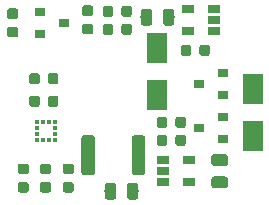
<source format=gbr>
G04 #@! TF.GenerationSoftware,KiCad,Pcbnew,5.1.4*
G04 #@! TF.CreationDate,2019-11-23T01:56:27+01:00*
G04 #@! TF.ProjectId,antivol,616e7469-766f-46c2-9e6b-696361645f70,rev?*
G04 #@! TF.SameCoordinates,Original*
G04 #@! TF.FileFunction,Paste,Top*
G04 #@! TF.FilePolarity,Positive*
%FSLAX46Y46*%
G04 Gerber Fmt 4.6, Leading zero omitted, Abs format (unit mm)*
G04 Created by KiCad (PCBNEW 5.1.4) date 2019-11-23 01:56:27*
%MOMM*%
%LPD*%
G04 APERTURE LIST*
%ADD10C,0.100000*%
%ADD11C,0.875000*%
%ADD12R,0.900000X0.800000*%
%ADD13C,1.125000*%
%ADD14R,1.060000X0.650000*%
%ADD15R,1.800000X2.500000*%
%ADD16C,0.975000*%
%ADD17R,0.350000X0.375000*%
%ADD18R,0.375000X0.350000*%
G04 APERTURE END LIST*
D10*
G36*
X52093691Y-98826553D02*
G01*
X52114926Y-98829703D01*
X52135750Y-98834919D01*
X52155962Y-98842151D01*
X52175368Y-98851330D01*
X52193781Y-98862366D01*
X52211024Y-98875154D01*
X52226930Y-98889570D01*
X52241346Y-98905476D01*
X52254134Y-98922719D01*
X52265170Y-98941132D01*
X52274349Y-98960538D01*
X52281581Y-98980750D01*
X52286797Y-99001574D01*
X52289947Y-99022809D01*
X52291000Y-99044250D01*
X52291000Y-99481750D01*
X52289947Y-99503191D01*
X52286797Y-99524426D01*
X52281581Y-99545250D01*
X52274349Y-99565462D01*
X52265170Y-99584868D01*
X52254134Y-99603281D01*
X52241346Y-99620524D01*
X52226930Y-99636430D01*
X52211024Y-99650846D01*
X52193781Y-99663634D01*
X52175368Y-99674670D01*
X52155962Y-99683849D01*
X52135750Y-99691081D01*
X52114926Y-99696297D01*
X52093691Y-99699447D01*
X52072250Y-99700500D01*
X51559750Y-99700500D01*
X51538309Y-99699447D01*
X51517074Y-99696297D01*
X51496250Y-99691081D01*
X51476038Y-99683849D01*
X51456632Y-99674670D01*
X51438219Y-99663634D01*
X51420976Y-99650846D01*
X51405070Y-99636430D01*
X51390654Y-99620524D01*
X51377866Y-99603281D01*
X51366830Y-99584868D01*
X51357651Y-99565462D01*
X51350419Y-99545250D01*
X51345203Y-99524426D01*
X51342053Y-99503191D01*
X51341000Y-99481750D01*
X51341000Y-99044250D01*
X51342053Y-99022809D01*
X51345203Y-99001574D01*
X51350419Y-98980750D01*
X51357651Y-98960538D01*
X51366830Y-98941132D01*
X51377866Y-98922719D01*
X51390654Y-98905476D01*
X51405070Y-98889570D01*
X51420976Y-98875154D01*
X51438219Y-98862366D01*
X51456632Y-98851330D01*
X51476038Y-98842151D01*
X51496250Y-98834919D01*
X51517074Y-98829703D01*
X51538309Y-98826553D01*
X51559750Y-98825500D01*
X52072250Y-98825500D01*
X52093691Y-98826553D01*
X52093691Y-98826553D01*
G37*
D11*
X51816000Y-99263000D03*
D10*
G36*
X52093691Y-100401553D02*
G01*
X52114926Y-100404703D01*
X52135750Y-100409919D01*
X52155962Y-100417151D01*
X52175368Y-100426330D01*
X52193781Y-100437366D01*
X52211024Y-100450154D01*
X52226930Y-100464570D01*
X52241346Y-100480476D01*
X52254134Y-100497719D01*
X52265170Y-100516132D01*
X52274349Y-100535538D01*
X52281581Y-100555750D01*
X52286797Y-100576574D01*
X52289947Y-100597809D01*
X52291000Y-100619250D01*
X52291000Y-101056750D01*
X52289947Y-101078191D01*
X52286797Y-101099426D01*
X52281581Y-101120250D01*
X52274349Y-101140462D01*
X52265170Y-101159868D01*
X52254134Y-101178281D01*
X52241346Y-101195524D01*
X52226930Y-101211430D01*
X52211024Y-101225846D01*
X52193781Y-101238634D01*
X52175368Y-101249670D01*
X52155962Y-101258849D01*
X52135750Y-101266081D01*
X52114926Y-101271297D01*
X52093691Y-101274447D01*
X52072250Y-101275500D01*
X51559750Y-101275500D01*
X51538309Y-101274447D01*
X51517074Y-101271297D01*
X51496250Y-101266081D01*
X51476038Y-101258849D01*
X51456632Y-101249670D01*
X51438219Y-101238634D01*
X51420976Y-101225846D01*
X51405070Y-101211430D01*
X51390654Y-101195524D01*
X51377866Y-101178281D01*
X51366830Y-101159868D01*
X51357651Y-101140462D01*
X51350419Y-101120250D01*
X51345203Y-101099426D01*
X51342053Y-101078191D01*
X51341000Y-101056750D01*
X51341000Y-100619250D01*
X51342053Y-100597809D01*
X51345203Y-100576574D01*
X51350419Y-100555750D01*
X51357651Y-100535538D01*
X51366830Y-100516132D01*
X51377866Y-100497719D01*
X51390654Y-100480476D01*
X51405070Y-100464570D01*
X51420976Y-100450154D01*
X51438219Y-100437366D01*
X51456632Y-100426330D01*
X51476038Y-100417151D01*
X51496250Y-100409919D01*
X51517074Y-100404703D01*
X51538309Y-100401553D01*
X51559750Y-100400500D01*
X52072250Y-100400500D01*
X52093691Y-100401553D01*
X52093691Y-100401553D01*
G37*
D11*
X51816000Y-100838000D03*
D10*
G36*
X58443691Y-100147553D02*
G01*
X58464926Y-100150703D01*
X58485750Y-100155919D01*
X58505962Y-100163151D01*
X58525368Y-100172330D01*
X58543781Y-100183366D01*
X58561024Y-100196154D01*
X58576930Y-100210570D01*
X58591346Y-100226476D01*
X58604134Y-100243719D01*
X58615170Y-100262132D01*
X58624349Y-100281538D01*
X58631581Y-100301750D01*
X58636797Y-100322574D01*
X58639947Y-100343809D01*
X58641000Y-100365250D01*
X58641000Y-100802750D01*
X58639947Y-100824191D01*
X58636797Y-100845426D01*
X58631581Y-100866250D01*
X58624349Y-100886462D01*
X58615170Y-100905868D01*
X58604134Y-100924281D01*
X58591346Y-100941524D01*
X58576930Y-100957430D01*
X58561024Y-100971846D01*
X58543781Y-100984634D01*
X58525368Y-100995670D01*
X58505962Y-101004849D01*
X58485750Y-101012081D01*
X58464926Y-101017297D01*
X58443691Y-101020447D01*
X58422250Y-101021500D01*
X57909750Y-101021500D01*
X57888309Y-101020447D01*
X57867074Y-101017297D01*
X57846250Y-101012081D01*
X57826038Y-101004849D01*
X57806632Y-100995670D01*
X57788219Y-100984634D01*
X57770976Y-100971846D01*
X57755070Y-100957430D01*
X57740654Y-100941524D01*
X57727866Y-100924281D01*
X57716830Y-100905868D01*
X57707651Y-100886462D01*
X57700419Y-100866250D01*
X57695203Y-100845426D01*
X57692053Y-100824191D01*
X57691000Y-100802750D01*
X57691000Y-100365250D01*
X57692053Y-100343809D01*
X57695203Y-100322574D01*
X57700419Y-100301750D01*
X57707651Y-100281538D01*
X57716830Y-100262132D01*
X57727866Y-100243719D01*
X57740654Y-100226476D01*
X57755070Y-100210570D01*
X57770976Y-100196154D01*
X57788219Y-100183366D01*
X57806632Y-100172330D01*
X57826038Y-100163151D01*
X57846250Y-100155919D01*
X57867074Y-100150703D01*
X57888309Y-100147553D01*
X57909750Y-100146500D01*
X58422250Y-100146500D01*
X58443691Y-100147553D01*
X58443691Y-100147553D01*
G37*
D11*
X58166000Y-100584000D03*
D10*
G36*
X58443691Y-98572553D02*
G01*
X58464926Y-98575703D01*
X58485750Y-98580919D01*
X58505962Y-98588151D01*
X58525368Y-98597330D01*
X58543781Y-98608366D01*
X58561024Y-98621154D01*
X58576930Y-98635570D01*
X58591346Y-98651476D01*
X58604134Y-98668719D01*
X58615170Y-98687132D01*
X58624349Y-98706538D01*
X58631581Y-98726750D01*
X58636797Y-98747574D01*
X58639947Y-98768809D01*
X58641000Y-98790250D01*
X58641000Y-99227750D01*
X58639947Y-99249191D01*
X58636797Y-99270426D01*
X58631581Y-99291250D01*
X58624349Y-99311462D01*
X58615170Y-99330868D01*
X58604134Y-99349281D01*
X58591346Y-99366524D01*
X58576930Y-99382430D01*
X58561024Y-99396846D01*
X58543781Y-99409634D01*
X58525368Y-99420670D01*
X58505962Y-99429849D01*
X58485750Y-99437081D01*
X58464926Y-99442297D01*
X58443691Y-99445447D01*
X58422250Y-99446500D01*
X57909750Y-99446500D01*
X57888309Y-99445447D01*
X57867074Y-99442297D01*
X57846250Y-99437081D01*
X57826038Y-99429849D01*
X57806632Y-99420670D01*
X57788219Y-99409634D01*
X57770976Y-99396846D01*
X57755070Y-99382430D01*
X57740654Y-99366524D01*
X57727866Y-99349281D01*
X57716830Y-99330868D01*
X57707651Y-99311462D01*
X57700419Y-99291250D01*
X57695203Y-99270426D01*
X57692053Y-99249191D01*
X57691000Y-99227750D01*
X57691000Y-98790250D01*
X57692053Y-98768809D01*
X57695203Y-98747574D01*
X57700419Y-98726750D01*
X57707651Y-98706538D01*
X57716830Y-98687132D01*
X57727866Y-98668719D01*
X57740654Y-98651476D01*
X57755070Y-98635570D01*
X57770976Y-98621154D01*
X57788219Y-98608366D01*
X57806632Y-98597330D01*
X57826038Y-98588151D01*
X57846250Y-98580919D01*
X57867074Y-98575703D01*
X57888309Y-98572553D01*
X57909750Y-98571500D01*
X58422250Y-98571500D01*
X58443691Y-98572553D01*
X58443691Y-98572553D01*
G37*
D11*
X58166000Y-99009000D03*
D12*
X56134000Y-100076000D03*
X54134000Y-101026000D03*
X54134000Y-99126000D03*
D10*
G36*
X58546005Y-109553204D02*
G01*
X58570273Y-109556804D01*
X58594072Y-109562765D01*
X58617171Y-109571030D01*
X58639350Y-109581520D01*
X58660393Y-109594132D01*
X58680099Y-109608747D01*
X58698277Y-109625223D01*
X58714753Y-109643401D01*
X58729368Y-109663107D01*
X58741980Y-109684150D01*
X58752470Y-109706329D01*
X58760735Y-109729428D01*
X58766696Y-109753227D01*
X58770296Y-109777495D01*
X58771500Y-109801999D01*
X58771500Y-112702001D01*
X58770296Y-112726505D01*
X58766696Y-112750773D01*
X58760735Y-112774572D01*
X58752470Y-112797671D01*
X58741980Y-112819850D01*
X58729368Y-112840893D01*
X58714753Y-112860599D01*
X58698277Y-112878777D01*
X58680099Y-112895253D01*
X58660393Y-112909868D01*
X58639350Y-112922480D01*
X58617171Y-112932970D01*
X58594072Y-112941235D01*
X58570273Y-112947196D01*
X58546005Y-112950796D01*
X58521501Y-112952000D01*
X57896499Y-112952000D01*
X57871995Y-112950796D01*
X57847727Y-112947196D01*
X57823928Y-112941235D01*
X57800829Y-112932970D01*
X57778650Y-112922480D01*
X57757607Y-112909868D01*
X57737901Y-112895253D01*
X57719723Y-112878777D01*
X57703247Y-112860599D01*
X57688632Y-112840893D01*
X57676020Y-112819850D01*
X57665530Y-112797671D01*
X57657265Y-112774572D01*
X57651304Y-112750773D01*
X57647704Y-112726505D01*
X57646500Y-112702001D01*
X57646500Y-109801999D01*
X57647704Y-109777495D01*
X57651304Y-109753227D01*
X57657265Y-109729428D01*
X57665530Y-109706329D01*
X57676020Y-109684150D01*
X57688632Y-109663107D01*
X57703247Y-109643401D01*
X57719723Y-109625223D01*
X57737901Y-109608747D01*
X57757607Y-109594132D01*
X57778650Y-109581520D01*
X57800829Y-109571030D01*
X57823928Y-109562765D01*
X57847727Y-109556804D01*
X57871995Y-109553204D01*
X57896499Y-109552000D01*
X58521501Y-109552000D01*
X58546005Y-109553204D01*
X58546005Y-109553204D01*
G37*
D13*
X58209000Y-111252000D03*
D10*
G36*
X62821005Y-109553204D02*
G01*
X62845273Y-109556804D01*
X62869072Y-109562765D01*
X62892171Y-109571030D01*
X62914350Y-109581520D01*
X62935393Y-109594132D01*
X62955099Y-109608747D01*
X62973277Y-109625223D01*
X62989753Y-109643401D01*
X63004368Y-109663107D01*
X63016980Y-109684150D01*
X63027470Y-109706329D01*
X63035735Y-109729428D01*
X63041696Y-109753227D01*
X63045296Y-109777495D01*
X63046500Y-109801999D01*
X63046500Y-112702001D01*
X63045296Y-112726505D01*
X63041696Y-112750773D01*
X63035735Y-112774572D01*
X63027470Y-112797671D01*
X63016980Y-112819850D01*
X63004368Y-112840893D01*
X62989753Y-112860599D01*
X62973277Y-112878777D01*
X62955099Y-112895253D01*
X62935393Y-112909868D01*
X62914350Y-112922480D01*
X62892171Y-112932970D01*
X62869072Y-112941235D01*
X62845273Y-112947196D01*
X62821005Y-112950796D01*
X62796501Y-112952000D01*
X62171499Y-112952000D01*
X62146995Y-112950796D01*
X62122727Y-112947196D01*
X62098928Y-112941235D01*
X62075829Y-112932970D01*
X62053650Y-112922480D01*
X62032607Y-112909868D01*
X62012901Y-112895253D01*
X61994723Y-112878777D01*
X61978247Y-112860599D01*
X61963632Y-112840893D01*
X61951020Y-112819850D01*
X61940530Y-112797671D01*
X61932265Y-112774572D01*
X61926304Y-112750773D01*
X61922704Y-112726505D01*
X61921500Y-112702001D01*
X61921500Y-109801999D01*
X61922704Y-109777495D01*
X61926304Y-109753227D01*
X61932265Y-109729428D01*
X61940530Y-109706329D01*
X61951020Y-109684150D01*
X61963632Y-109663107D01*
X61978247Y-109643401D01*
X61994723Y-109625223D01*
X62012901Y-109608747D01*
X62032607Y-109594132D01*
X62053650Y-109581520D01*
X62075829Y-109571030D01*
X62098928Y-109562765D01*
X62122727Y-109556804D01*
X62146995Y-109553204D01*
X62171499Y-109552000D01*
X62796501Y-109552000D01*
X62821005Y-109553204D01*
X62821005Y-109553204D01*
G37*
D13*
X62484000Y-111252000D03*
D10*
G36*
X53910191Y-106206053D02*
G01*
X53931426Y-106209203D01*
X53952250Y-106214419D01*
X53972462Y-106221651D01*
X53991868Y-106230830D01*
X54010281Y-106241866D01*
X54027524Y-106254654D01*
X54043430Y-106269070D01*
X54057846Y-106284976D01*
X54070634Y-106302219D01*
X54081670Y-106320632D01*
X54090849Y-106340038D01*
X54098081Y-106360250D01*
X54103297Y-106381074D01*
X54106447Y-106402309D01*
X54107500Y-106423750D01*
X54107500Y-106936250D01*
X54106447Y-106957691D01*
X54103297Y-106978926D01*
X54098081Y-106999750D01*
X54090849Y-107019962D01*
X54081670Y-107039368D01*
X54070634Y-107057781D01*
X54057846Y-107075024D01*
X54043430Y-107090930D01*
X54027524Y-107105346D01*
X54010281Y-107118134D01*
X53991868Y-107129170D01*
X53972462Y-107138349D01*
X53952250Y-107145581D01*
X53931426Y-107150797D01*
X53910191Y-107153947D01*
X53888750Y-107155000D01*
X53451250Y-107155000D01*
X53429809Y-107153947D01*
X53408574Y-107150797D01*
X53387750Y-107145581D01*
X53367538Y-107138349D01*
X53348132Y-107129170D01*
X53329719Y-107118134D01*
X53312476Y-107105346D01*
X53296570Y-107090930D01*
X53282154Y-107075024D01*
X53269366Y-107057781D01*
X53258330Y-107039368D01*
X53249151Y-107019962D01*
X53241919Y-106999750D01*
X53236703Y-106978926D01*
X53233553Y-106957691D01*
X53232500Y-106936250D01*
X53232500Y-106423750D01*
X53233553Y-106402309D01*
X53236703Y-106381074D01*
X53241919Y-106360250D01*
X53249151Y-106340038D01*
X53258330Y-106320632D01*
X53269366Y-106302219D01*
X53282154Y-106284976D01*
X53296570Y-106269070D01*
X53312476Y-106254654D01*
X53329719Y-106241866D01*
X53348132Y-106230830D01*
X53367538Y-106221651D01*
X53387750Y-106214419D01*
X53408574Y-106209203D01*
X53429809Y-106206053D01*
X53451250Y-106205000D01*
X53888750Y-106205000D01*
X53910191Y-106206053D01*
X53910191Y-106206053D01*
G37*
D11*
X53670000Y-106680000D03*
D10*
G36*
X55485191Y-106206053D02*
G01*
X55506426Y-106209203D01*
X55527250Y-106214419D01*
X55547462Y-106221651D01*
X55566868Y-106230830D01*
X55585281Y-106241866D01*
X55602524Y-106254654D01*
X55618430Y-106269070D01*
X55632846Y-106284976D01*
X55645634Y-106302219D01*
X55656670Y-106320632D01*
X55665849Y-106340038D01*
X55673081Y-106360250D01*
X55678297Y-106381074D01*
X55681447Y-106402309D01*
X55682500Y-106423750D01*
X55682500Y-106936250D01*
X55681447Y-106957691D01*
X55678297Y-106978926D01*
X55673081Y-106999750D01*
X55665849Y-107019962D01*
X55656670Y-107039368D01*
X55645634Y-107057781D01*
X55632846Y-107075024D01*
X55618430Y-107090930D01*
X55602524Y-107105346D01*
X55585281Y-107118134D01*
X55566868Y-107129170D01*
X55547462Y-107138349D01*
X55527250Y-107145581D01*
X55506426Y-107150797D01*
X55485191Y-107153947D01*
X55463750Y-107155000D01*
X55026250Y-107155000D01*
X55004809Y-107153947D01*
X54983574Y-107150797D01*
X54962750Y-107145581D01*
X54942538Y-107138349D01*
X54923132Y-107129170D01*
X54904719Y-107118134D01*
X54887476Y-107105346D01*
X54871570Y-107090930D01*
X54857154Y-107075024D01*
X54844366Y-107057781D01*
X54833330Y-107039368D01*
X54824151Y-107019962D01*
X54816919Y-106999750D01*
X54811703Y-106978926D01*
X54808553Y-106957691D01*
X54807500Y-106936250D01*
X54807500Y-106423750D01*
X54808553Y-106402309D01*
X54811703Y-106381074D01*
X54816919Y-106360250D01*
X54824151Y-106340038D01*
X54833330Y-106320632D01*
X54844366Y-106302219D01*
X54857154Y-106284976D01*
X54871570Y-106269070D01*
X54887476Y-106254654D01*
X54904719Y-106241866D01*
X54923132Y-106230830D01*
X54942538Y-106221651D01*
X54962750Y-106214419D01*
X54983574Y-106209203D01*
X55004809Y-106206053D01*
X55026250Y-106205000D01*
X55463750Y-106205000D01*
X55485191Y-106206053D01*
X55485191Y-106206053D01*
G37*
D11*
X55245000Y-106680000D03*
D10*
G36*
X54887691Y-111958553D02*
G01*
X54908926Y-111961703D01*
X54929750Y-111966919D01*
X54949962Y-111974151D01*
X54969368Y-111983330D01*
X54987781Y-111994366D01*
X55005024Y-112007154D01*
X55020930Y-112021570D01*
X55035346Y-112037476D01*
X55048134Y-112054719D01*
X55059170Y-112073132D01*
X55068349Y-112092538D01*
X55075581Y-112112750D01*
X55080797Y-112133574D01*
X55083947Y-112154809D01*
X55085000Y-112176250D01*
X55085000Y-112613750D01*
X55083947Y-112635191D01*
X55080797Y-112656426D01*
X55075581Y-112677250D01*
X55068349Y-112697462D01*
X55059170Y-112716868D01*
X55048134Y-112735281D01*
X55035346Y-112752524D01*
X55020930Y-112768430D01*
X55005024Y-112782846D01*
X54987781Y-112795634D01*
X54969368Y-112806670D01*
X54949962Y-112815849D01*
X54929750Y-112823081D01*
X54908926Y-112828297D01*
X54887691Y-112831447D01*
X54866250Y-112832500D01*
X54353750Y-112832500D01*
X54332309Y-112831447D01*
X54311074Y-112828297D01*
X54290250Y-112823081D01*
X54270038Y-112815849D01*
X54250632Y-112806670D01*
X54232219Y-112795634D01*
X54214976Y-112782846D01*
X54199070Y-112768430D01*
X54184654Y-112752524D01*
X54171866Y-112735281D01*
X54160830Y-112716868D01*
X54151651Y-112697462D01*
X54144419Y-112677250D01*
X54139203Y-112656426D01*
X54136053Y-112635191D01*
X54135000Y-112613750D01*
X54135000Y-112176250D01*
X54136053Y-112154809D01*
X54139203Y-112133574D01*
X54144419Y-112112750D01*
X54151651Y-112092538D01*
X54160830Y-112073132D01*
X54171866Y-112054719D01*
X54184654Y-112037476D01*
X54199070Y-112021570D01*
X54214976Y-112007154D01*
X54232219Y-111994366D01*
X54250632Y-111983330D01*
X54270038Y-111974151D01*
X54290250Y-111966919D01*
X54311074Y-111961703D01*
X54332309Y-111958553D01*
X54353750Y-111957500D01*
X54866250Y-111957500D01*
X54887691Y-111958553D01*
X54887691Y-111958553D01*
G37*
D11*
X54610000Y-112395000D03*
D10*
G36*
X54887691Y-113533553D02*
G01*
X54908926Y-113536703D01*
X54929750Y-113541919D01*
X54949962Y-113549151D01*
X54969368Y-113558330D01*
X54987781Y-113569366D01*
X55005024Y-113582154D01*
X55020930Y-113596570D01*
X55035346Y-113612476D01*
X55048134Y-113629719D01*
X55059170Y-113648132D01*
X55068349Y-113667538D01*
X55075581Y-113687750D01*
X55080797Y-113708574D01*
X55083947Y-113729809D01*
X55085000Y-113751250D01*
X55085000Y-114188750D01*
X55083947Y-114210191D01*
X55080797Y-114231426D01*
X55075581Y-114252250D01*
X55068349Y-114272462D01*
X55059170Y-114291868D01*
X55048134Y-114310281D01*
X55035346Y-114327524D01*
X55020930Y-114343430D01*
X55005024Y-114357846D01*
X54987781Y-114370634D01*
X54969368Y-114381670D01*
X54949962Y-114390849D01*
X54929750Y-114398081D01*
X54908926Y-114403297D01*
X54887691Y-114406447D01*
X54866250Y-114407500D01*
X54353750Y-114407500D01*
X54332309Y-114406447D01*
X54311074Y-114403297D01*
X54290250Y-114398081D01*
X54270038Y-114390849D01*
X54250632Y-114381670D01*
X54232219Y-114370634D01*
X54214976Y-114357846D01*
X54199070Y-114343430D01*
X54184654Y-114327524D01*
X54171866Y-114310281D01*
X54160830Y-114291868D01*
X54151651Y-114272462D01*
X54144419Y-114252250D01*
X54139203Y-114231426D01*
X54136053Y-114210191D01*
X54135000Y-114188750D01*
X54135000Y-113751250D01*
X54136053Y-113729809D01*
X54139203Y-113708574D01*
X54144419Y-113687750D01*
X54151651Y-113667538D01*
X54160830Y-113648132D01*
X54171866Y-113629719D01*
X54184654Y-113612476D01*
X54199070Y-113596570D01*
X54214976Y-113582154D01*
X54232219Y-113569366D01*
X54250632Y-113558330D01*
X54270038Y-113549151D01*
X54290250Y-113541919D01*
X54311074Y-113536703D01*
X54332309Y-113533553D01*
X54353750Y-113532500D01*
X54866250Y-113532500D01*
X54887691Y-113533553D01*
X54887691Y-113533553D01*
G37*
D11*
X54610000Y-113970000D03*
D12*
X67596000Y-105222000D03*
X69596000Y-104272000D03*
X69596000Y-106172000D03*
D14*
X66716000Y-111638000D03*
X66716000Y-113538000D03*
X64516000Y-113538000D03*
X64516000Y-112588000D03*
X64516000Y-111638000D03*
X66634000Y-100772000D03*
X66634000Y-98872000D03*
X68834000Y-98872000D03*
X68834000Y-99822000D03*
X68834000Y-100772000D03*
D10*
G36*
X66737191Y-101888053D02*
G01*
X66758426Y-101891203D01*
X66779250Y-101896419D01*
X66799462Y-101903651D01*
X66818868Y-101912830D01*
X66837281Y-101923866D01*
X66854524Y-101936654D01*
X66870430Y-101951070D01*
X66884846Y-101966976D01*
X66897634Y-101984219D01*
X66908670Y-102002632D01*
X66917849Y-102022038D01*
X66925081Y-102042250D01*
X66930297Y-102063074D01*
X66933447Y-102084309D01*
X66934500Y-102105750D01*
X66934500Y-102618250D01*
X66933447Y-102639691D01*
X66930297Y-102660926D01*
X66925081Y-102681750D01*
X66917849Y-102701962D01*
X66908670Y-102721368D01*
X66897634Y-102739781D01*
X66884846Y-102757024D01*
X66870430Y-102772930D01*
X66854524Y-102787346D01*
X66837281Y-102800134D01*
X66818868Y-102811170D01*
X66799462Y-102820349D01*
X66779250Y-102827581D01*
X66758426Y-102832797D01*
X66737191Y-102835947D01*
X66715750Y-102837000D01*
X66278250Y-102837000D01*
X66256809Y-102835947D01*
X66235574Y-102832797D01*
X66214750Y-102827581D01*
X66194538Y-102820349D01*
X66175132Y-102811170D01*
X66156719Y-102800134D01*
X66139476Y-102787346D01*
X66123570Y-102772930D01*
X66109154Y-102757024D01*
X66096366Y-102739781D01*
X66085330Y-102721368D01*
X66076151Y-102701962D01*
X66068919Y-102681750D01*
X66063703Y-102660926D01*
X66060553Y-102639691D01*
X66059500Y-102618250D01*
X66059500Y-102105750D01*
X66060553Y-102084309D01*
X66063703Y-102063074D01*
X66068919Y-102042250D01*
X66076151Y-102022038D01*
X66085330Y-102002632D01*
X66096366Y-101984219D01*
X66109154Y-101966976D01*
X66123570Y-101951070D01*
X66139476Y-101936654D01*
X66156719Y-101923866D01*
X66175132Y-101912830D01*
X66194538Y-101903651D01*
X66214750Y-101896419D01*
X66235574Y-101891203D01*
X66256809Y-101888053D01*
X66278250Y-101887000D01*
X66715750Y-101887000D01*
X66737191Y-101888053D01*
X66737191Y-101888053D01*
G37*
D11*
X66497000Y-102362000D03*
D10*
G36*
X68312191Y-101888053D02*
G01*
X68333426Y-101891203D01*
X68354250Y-101896419D01*
X68374462Y-101903651D01*
X68393868Y-101912830D01*
X68412281Y-101923866D01*
X68429524Y-101936654D01*
X68445430Y-101951070D01*
X68459846Y-101966976D01*
X68472634Y-101984219D01*
X68483670Y-102002632D01*
X68492849Y-102022038D01*
X68500081Y-102042250D01*
X68505297Y-102063074D01*
X68508447Y-102084309D01*
X68509500Y-102105750D01*
X68509500Y-102618250D01*
X68508447Y-102639691D01*
X68505297Y-102660926D01*
X68500081Y-102681750D01*
X68492849Y-102701962D01*
X68483670Y-102721368D01*
X68472634Y-102739781D01*
X68459846Y-102757024D01*
X68445430Y-102772930D01*
X68429524Y-102787346D01*
X68412281Y-102800134D01*
X68393868Y-102811170D01*
X68374462Y-102820349D01*
X68354250Y-102827581D01*
X68333426Y-102832797D01*
X68312191Y-102835947D01*
X68290750Y-102837000D01*
X67853250Y-102837000D01*
X67831809Y-102835947D01*
X67810574Y-102832797D01*
X67789750Y-102827581D01*
X67769538Y-102820349D01*
X67750132Y-102811170D01*
X67731719Y-102800134D01*
X67714476Y-102787346D01*
X67698570Y-102772930D01*
X67684154Y-102757024D01*
X67671366Y-102739781D01*
X67660330Y-102721368D01*
X67651151Y-102701962D01*
X67643919Y-102681750D01*
X67638703Y-102660926D01*
X67635553Y-102639691D01*
X67634500Y-102618250D01*
X67634500Y-102105750D01*
X67635553Y-102084309D01*
X67638703Y-102063074D01*
X67643919Y-102042250D01*
X67651151Y-102022038D01*
X67660330Y-102002632D01*
X67671366Y-101984219D01*
X67684154Y-101966976D01*
X67698570Y-101951070D01*
X67714476Y-101936654D01*
X67731719Y-101923866D01*
X67750132Y-101912830D01*
X67769538Y-101903651D01*
X67789750Y-101896419D01*
X67810574Y-101891203D01*
X67831809Y-101888053D01*
X67853250Y-101887000D01*
X68290750Y-101887000D01*
X68312191Y-101888053D01*
X68312191Y-101888053D01*
G37*
D11*
X68072000Y-102362000D03*
D10*
G36*
X60133191Y-98586053D02*
G01*
X60154426Y-98589203D01*
X60175250Y-98594419D01*
X60195462Y-98601651D01*
X60214868Y-98610830D01*
X60233281Y-98621866D01*
X60250524Y-98634654D01*
X60266430Y-98649070D01*
X60280846Y-98664976D01*
X60293634Y-98682219D01*
X60304670Y-98700632D01*
X60313849Y-98720038D01*
X60321081Y-98740250D01*
X60326297Y-98761074D01*
X60329447Y-98782309D01*
X60330500Y-98803750D01*
X60330500Y-99316250D01*
X60329447Y-99337691D01*
X60326297Y-99358926D01*
X60321081Y-99379750D01*
X60313849Y-99399962D01*
X60304670Y-99419368D01*
X60293634Y-99437781D01*
X60280846Y-99455024D01*
X60266430Y-99470930D01*
X60250524Y-99485346D01*
X60233281Y-99498134D01*
X60214868Y-99509170D01*
X60195462Y-99518349D01*
X60175250Y-99525581D01*
X60154426Y-99530797D01*
X60133191Y-99533947D01*
X60111750Y-99535000D01*
X59674250Y-99535000D01*
X59652809Y-99533947D01*
X59631574Y-99530797D01*
X59610750Y-99525581D01*
X59590538Y-99518349D01*
X59571132Y-99509170D01*
X59552719Y-99498134D01*
X59535476Y-99485346D01*
X59519570Y-99470930D01*
X59505154Y-99455024D01*
X59492366Y-99437781D01*
X59481330Y-99419368D01*
X59472151Y-99399962D01*
X59464919Y-99379750D01*
X59459703Y-99358926D01*
X59456553Y-99337691D01*
X59455500Y-99316250D01*
X59455500Y-98803750D01*
X59456553Y-98782309D01*
X59459703Y-98761074D01*
X59464919Y-98740250D01*
X59472151Y-98720038D01*
X59481330Y-98700632D01*
X59492366Y-98682219D01*
X59505154Y-98664976D01*
X59519570Y-98649070D01*
X59535476Y-98634654D01*
X59552719Y-98621866D01*
X59571132Y-98610830D01*
X59590538Y-98601651D01*
X59610750Y-98594419D01*
X59631574Y-98589203D01*
X59652809Y-98586053D01*
X59674250Y-98585000D01*
X60111750Y-98585000D01*
X60133191Y-98586053D01*
X60133191Y-98586053D01*
G37*
D11*
X59893000Y-99060000D03*
D10*
G36*
X61708191Y-98586053D02*
G01*
X61729426Y-98589203D01*
X61750250Y-98594419D01*
X61770462Y-98601651D01*
X61789868Y-98610830D01*
X61808281Y-98621866D01*
X61825524Y-98634654D01*
X61841430Y-98649070D01*
X61855846Y-98664976D01*
X61868634Y-98682219D01*
X61879670Y-98700632D01*
X61888849Y-98720038D01*
X61896081Y-98740250D01*
X61901297Y-98761074D01*
X61904447Y-98782309D01*
X61905500Y-98803750D01*
X61905500Y-99316250D01*
X61904447Y-99337691D01*
X61901297Y-99358926D01*
X61896081Y-99379750D01*
X61888849Y-99399962D01*
X61879670Y-99419368D01*
X61868634Y-99437781D01*
X61855846Y-99455024D01*
X61841430Y-99470930D01*
X61825524Y-99485346D01*
X61808281Y-99498134D01*
X61789868Y-99509170D01*
X61770462Y-99518349D01*
X61750250Y-99525581D01*
X61729426Y-99530797D01*
X61708191Y-99533947D01*
X61686750Y-99535000D01*
X61249250Y-99535000D01*
X61227809Y-99533947D01*
X61206574Y-99530797D01*
X61185750Y-99525581D01*
X61165538Y-99518349D01*
X61146132Y-99509170D01*
X61127719Y-99498134D01*
X61110476Y-99485346D01*
X61094570Y-99470930D01*
X61080154Y-99455024D01*
X61067366Y-99437781D01*
X61056330Y-99419368D01*
X61047151Y-99399962D01*
X61039919Y-99379750D01*
X61034703Y-99358926D01*
X61031553Y-99337691D01*
X61030500Y-99316250D01*
X61030500Y-98803750D01*
X61031553Y-98782309D01*
X61034703Y-98761074D01*
X61039919Y-98740250D01*
X61047151Y-98720038D01*
X61056330Y-98700632D01*
X61067366Y-98682219D01*
X61080154Y-98664976D01*
X61094570Y-98649070D01*
X61110476Y-98634654D01*
X61127719Y-98621866D01*
X61146132Y-98610830D01*
X61165538Y-98601651D01*
X61185750Y-98594419D01*
X61206574Y-98589203D01*
X61227809Y-98586053D01*
X61249250Y-98585000D01*
X61686750Y-98585000D01*
X61708191Y-98586053D01*
X61708191Y-98586053D01*
G37*
D11*
X61468000Y-99060000D03*
D10*
G36*
X66280191Y-109508053D02*
G01*
X66301426Y-109511203D01*
X66322250Y-109516419D01*
X66342462Y-109523651D01*
X66361868Y-109532830D01*
X66380281Y-109543866D01*
X66397524Y-109556654D01*
X66413430Y-109571070D01*
X66427846Y-109586976D01*
X66440634Y-109604219D01*
X66451670Y-109622632D01*
X66460849Y-109642038D01*
X66468081Y-109662250D01*
X66473297Y-109683074D01*
X66476447Y-109704309D01*
X66477500Y-109725750D01*
X66477500Y-110238250D01*
X66476447Y-110259691D01*
X66473297Y-110280926D01*
X66468081Y-110301750D01*
X66460849Y-110321962D01*
X66451670Y-110341368D01*
X66440634Y-110359781D01*
X66427846Y-110377024D01*
X66413430Y-110392930D01*
X66397524Y-110407346D01*
X66380281Y-110420134D01*
X66361868Y-110431170D01*
X66342462Y-110440349D01*
X66322250Y-110447581D01*
X66301426Y-110452797D01*
X66280191Y-110455947D01*
X66258750Y-110457000D01*
X65821250Y-110457000D01*
X65799809Y-110455947D01*
X65778574Y-110452797D01*
X65757750Y-110447581D01*
X65737538Y-110440349D01*
X65718132Y-110431170D01*
X65699719Y-110420134D01*
X65682476Y-110407346D01*
X65666570Y-110392930D01*
X65652154Y-110377024D01*
X65639366Y-110359781D01*
X65628330Y-110341368D01*
X65619151Y-110321962D01*
X65611919Y-110301750D01*
X65606703Y-110280926D01*
X65603553Y-110259691D01*
X65602500Y-110238250D01*
X65602500Y-109725750D01*
X65603553Y-109704309D01*
X65606703Y-109683074D01*
X65611919Y-109662250D01*
X65619151Y-109642038D01*
X65628330Y-109622632D01*
X65639366Y-109604219D01*
X65652154Y-109586976D01*
X65666570Y-109571070D01*
X65682476Y-109556654D01*
X65699719Y-109543866D01*
X65718132Y-109532830D01*
X65737538Y-109523651D01*
X65757750Y-109516419D01*
X65778574Y-109511203D01*
X65799809Y-109508053D01*
X65821250Y-109507000D01*
X66258750Y-109507000D01*
X66280191Y-109508053D01*
X66280191Y-109508053D01*
G37*
D11*
X66040000Y-109982000D03*
D10*
G36*
X64705191Y-109508053D02*
G01*
X64726426Y-109511203D01*
X64747250Y-109516419D01*
X64767462Y-109523651D01*
X64786868Y-109532830D01*
X64805281Y-109543866D01*
X64822524Y-109556654D01*
X64838430Y-109571070D01*
X64852846Y-109586976D01*
X64865634Y-109604219D01*
X64876670Y-109622632D01*
X64885849Y-109642038D01*
X64893081Y-109662250D01*
X64898297Y-109683074D01*
X64901447Y-109704309D01*
X64902500Y-109725750D01*
X64902500Y-110238250D01*
X64901447Y-110259691D01*
X64898297Y-110280926D01*
X64893081Y-110301750D01*
X64885849Y-110321962D01*
X64876670Y-110341368D01*
X64865634Y-110359781D01*
X64852846Y-110377024D01*
X64838430Y-110392930D01*
X64822524Y-110407346D01*
X64805281Y-110420134D01*
X64786868Y-110431170D01*
X64767462Y-110440349D01*
X64747250Y-110447581D01*
X64726426Y-110452797D01*
X64705191Y-110455947D01*
X64683750Y-110457000D01*
X64246250Y-110457000D01*
X64224809Y-110455947D01*
X64203574Y-110452797D01*
X64182750Y-110447581D01*
X64162538Y-110440349D01*
X64143132Y-110431170D01*
X64124719Y-110420134D01*
X64107476Y-110407346D01*
X64091570Y-110392930D01*
X64077154Y-110377024D01*
X64064366Y-110359781D01*
X64053330Y-110341368D01*
X64044151Y-110321962D01*
X64036919Y-110301750D01*
X64031703Y-110280926D01*
X64028553Y-110259691D01*
X64027500Y-110238250D01*
X64027500Y-109725750D01*
X64028553Y-109704309D01*
X64031703Y-109683074D01*
X64036919Y-109662250D01*
X64044151Y-109642038D01*
X64053330Y-109622632D01*
X64064366Y-109604219D01*
X64077154Y-109586976D01*
X64091570Y-109571070D01*
X64107476Y-109556654D01*
X64124719Y-109543866D01*
X64143132Y-109532830D01*
X64162538Y-109523651D01*
X64182750Y-109516419D01*
X64203574Y-109511203D01*
X64224809Y-109508053D01*
X64246250Y-109507000D01*
X64683750Y-109507000D01*
X64705191Y-109508053D01*
X64705191Y-109508053D01*
G37*
D11*
X64465000Y-109982000D03*
D10*
G36*
X66280191Y-107984053D02*
G01*
X66301426Y-107987203D01*
X66322250Y-107992419D01*
X66342462Y-107999651D01*
X66361868Y-108008830D01*
X66380281Y-108019866D01*
X66397524Y-108032654D01*
X66413430Y-108047070D01*
X66427846Y-108062976D01*
X66440634Y-108080219D01*
X66451670Y-108098632D01*
X66460849Y-108118038D01*
X66468081Y-108138250D01*
X66473297Y-108159074D01*
X66476447Y-108180309D01*
X66477500Y-108201750D01*
X66477500Y-108714250D01*
X66476447Y-108735691D01*
X66473297Y-108756926D01*
X66468081Y-108777750D01*
X66460849Y-108797962D01*
X66451670Y-108817368D01*
X66440634Y-108835781D01*
X66427846Y-108853024D01*
X66413430Y-108868930D01*
X66397524Y-108883346D01*
X66380281Y-108896134D01*
X66361868Y-108907170D01*
X66342462Y-108916349D01*
X66322250Y-108923581D01*
X66301426Y-108928797D01*
X66280191Y-108931947D01*
X66258750Y-108933000D01*
X65821250Y-108933000D01*
X65799809Y-108931947D01*
X65778574Y-108928797D01*
X65757750Y-108923581D01*
X65737538Y-108916349D01*
X65718132Y-108907170D01*
X65699719Y-108896134D01*
X65682476Y-108883346D01*
X65666570Y-108868930D01*
X65652154Y-108853024D01*
X65639366Y-108835781D01*
X65628330Y-108817368D01*
X65619151Y-108797962D01*
X65611919Y-108777750D01*
X65606703Y-108756926D01*
X65603553Y-108735691D01*
X65602500Y-108714250D01*
X65602500Y-108201750D01*
X65603553Y-108180309D01*
X65606703Y-108159074D01*
X65611919Y-108138250D01*
X65619151Y-108118038D01*
X65628330Y-108098632D01*
X65639366Y-108080219D01*
X65652154Y-108062976D01*
X65666570Y-108047070D01*
X65682476Y-108032654D01*
X65699719Y-108019866D01*
X65718132Y-108008830D01*
X65737538Y-107999651D01*
X65757750Y-107992419D01*
X65778574Y-107987203D01*
X65799809Y-107984053D01*
X65821250Y-107983000D01*
X66258750Y-107983000D01*
X66280191Y-107984053D01*
X66280191Y-107984053D01*
G37*
D11*
X66040000Y-108458000D03*
D10*
G36*
X64705191Y-107984053D02*
G01*
X64726426Y-107987203D01*
X64747250Y-107992419D01*
X64767462Y-107999651D01*
X64786868Y-108008830D01*
X64805281Y-108019866D01*
X64822524Y-108032654D01*
X64838430Y-108047070D01*
X64852846Y-108062976D01*
X64865634Y-108080219D01*
X64876670Y-108098632D01*
X64885849Y-108118038D01*
X64893081Y-108138250D01*
X64898297Y-108159074D01*
X64901447Y-108180309D01*
X64902500Y-108201750D01*
X64902500Y-108714250D01*
X64901447Y-108735691D01*
X64898297Y-108756926D01*
X64893081Y-108777750D01*
X64885849Y-108797962D01*
X64876670Y-108817368D01*
X64865634Y-108835781D01*
X64852846Y-108853024D01*
X64838430Y-108868930D01*
X64822524Y-108883346D01*
X64805281Y-108896134D01*
X64786868Y-108907170D01*
X64767462Y-108916349D01*
X64747250Y-108923581D01*
X64726426Y-108928797D01*
X64705191Y-108931947D01*
X64683750Y-108933000D01*
X64246250Y-108933000D01*
X64224809Y-108931947D01*
X64203574Y-108928797D01*
X64182750Y-108923581D01*
X64162538Y-108916349D01*
X64143132Y-108907170D01*
X64124719Y-108896134D01*
X64107476Y-108883346D01*
X64091570Y-108868930D01*
X64077154Y-108853024D01*
X64064366Y-108835781D01*
X64053330Y-108817368D01*
X64044151Y-108797962D01*
X64036919Y-108777750D01*
X64031703Y-108756926D01*
X64028553Y-108735691D01*
X64027500Y-108714250D01*
X64027500Y-108201750D01*
X64028553Y-108180309D01*
X64031703Y-108159074D01*
X64036919Y-108138250D01*
X64044151Y-108118038D01*
X64053330Y-108098632D01*
X64064366Y-108080219D01*
X64077154Y-108062976D01*
X64091570Y-108047070D01*
X64107476Y-108032654D01*
X64124719Y-108019866D01*
X64143132Y-108008830D01*
X64162538Y-107999651D01*
X64182750Y-107992419D01*
X64203574Y-107987203D01*
X64224809Y-107984053D01*
X64246250Y-107983000D01*
X64683750Y-107983000D01*
X64705191Y-107984053D01*
X64705191Y-107984053D01*
G37*
D11*
X64465000Y-108458000D03*
D10*
G36*
X52982691Y-113533553D02*
G01*
X53003926Y-113536703D01*
X53024750Y-113541919D01*
X53044962Y-113549151D01*
X53064368Y-113558330D01*
X53082781Y-113569366D01*
X53100024Y-113582154D01*
X53115930Y-113596570D01*
X53130346Y-113612476D01*
X53143134Y-113629719D01*
X53154170Y-113648132D01*
X53163349Y-113667538D01*
X53170581Y-113687750D01*
X53175797Y-113708574D01*
X53178947Y-113729809D01*
X53180000Y-113751250D01*
X53180000Y-114188750D01*
X53178947Y-114210191D01*
X53175797Y-114231426D01*
X53170581Y-114252250D01*
X53163349Y-114272462D01*
X53154170Y-114291868D01*
X53143134Y-114310281D01*
X53130346Y-114327524D01*
X53115930Y-114343430D01*
X53100024Y-114357846D01*
X53082781Y-114370634D01*
X53064368Y-114381670D01*
X53044962Y-114390849D01*
X53024750Y-114398081D01*
X53003926Y-114403297D01*
X52982691Y-114406447D01*
X52961250Y-114407500D01*
X52448750Y-114407500D01*
X52427309Y-114406447D01*
X52406074Y-114403297D01*
X52385250Y-114398081D01*
X52365038Y-114390849D01*
X52345632Y-114381670D01*
X52327219Y-114370634D01*
X52309976Y-114357846D01*
X52294070Y-114343430D01*
X52279654Y-114327524D01*
X52266866Y-114310281D01*
X52255830Y-114291868D01*
X52246651Y-114272462D01*
X52239419Y-114252250D01*
X52234203Y-114231426D01*
X52231053Y-114210191D01*
X52230000Y-114188750D01*
X52230000Y-113751250D01*
X52231053Y-113729809D01*
X52234203Y-113708574D01*
X52239419Y-113687750D01*
X52246651Y-113667538D01*
X52255830Y-113648132D01*
X52266866Y-113629719D01*
X52279654Y-113612476D01*
X52294070Y-113596570D01*
X52309976Y-113582154D01*
X52327219Y-113569366D01*
X52345632Y-113558330D01*
X52365038Y-113549151D01*
X52385250Y-113541919D01*
X52406074Y-113536703D01*
X52427309Y-113533553D01*
X52448750Y-113532500D01*
X52961250Y-113532500D01*
X52982691Y-113533553D01*
X52982691Y-113533553D01*
G37*
D11*
X52705000Y-113970000D03*
D10*
G36*
X52982691Y-111958553D02*
G01*
X53003926Y-111961703D01*
X53024750Y-111966919D01*
X53044962Y-111974151D01*
X53064368Y-111983330D01*
X53082781Y-111994366D01*
X53100024Y-112007154D01*
X53115930Y-112021570D01*
X53130346Y-112037476D01*
X53143134Y-112054719D01*
X53154170Y-112073132D01*
X53163349Y-112092538D01*
X53170581Y-112112750D01*
X53175797Y-112133574D01*
X53178947Y-112154809D01*
X53180000Y-112176250D01*
X53180000Y-112613750D01*
X53178947Y-112635191D01*
X53175797Y-112656426D01*
X53170581Y-112677250D01*
X53163349Y-112697462D01*
X53154170Y-112716868D01*
X53143134Y-112735281D01*
X53130346Y-112752524D01*
X53115930Y-112768430D01*
X53100024Y-112782846D01*
X53082781Y-112795634D01*
X53064368Y-112806670D01*
X53044962Y-112815849D01*
X53024750Y-112823081D01*
X53003926Y-112828297D01*
X52982691Y-112831447D01*
X52961250Y-112832500D01*
X52448750Y-112832500D01*
X52427309Y-112831447D01*
X52406074Y-112828297D01*
X52385250Y-112823081D01*
X52365038Y-112815849D01*
X52345632Y-112806670D01*
X52327219Y-112795634D01*
X52309976Y-112782846D01*
X52294070Y-112768430D01*
X52279654Y-112752524D01*
X52266866Y-112735281D01*
X52255830Y-112716868D01*
X52246651Y-112697462D01*
X52239419Y-112677250D01*
X52234203Y-112656426D01*
X52231053Y-112635191D01*
X52230000Y-112613750D01*
X52230000Y-112176250D01*
X52231053Y-112154809D01*
X52234203Y-112133574D01*
X52239419Y-112112750D01*
X52246651Y-112092538D01*
X52255830Y-112073132D01*
X52266866Y-112054719D01*
X52279654Y-112037476D01*
X52294070Y-112021570D01*
X52309976Y-112007154D01*
X52327219Y-111994366D01*
X52345632Y-111983330D01*
X52365038Y-111974151D01*
X52385250Y-111966919D01*
X52406074Y-111961703D01*
X52427309Y-111958553D01*
X52448750Y-111957500D01*
X52961250Y-111957500D01*
X52982691Y-111958553D01*
X52982691Y-111958553D01*
G37*
D11*
X52705000Y-112395000D03*
D10*
G36*
X56792691Y-111958553D02*
G01*
X56813926Y-111961703D01*
X56834750Y-111966919D01*
X56854962Y-111974151D01*
X56874368Y-111983330D01*
X56892781Y-111994366D01*
X56910024Y-112007154D01*
X56925930Y-112021570D01*
X56940346Y-112037476D01*
X56953134Y-112054719D01*
X56964170Y-112073132D01*
X56973349Y-112092538D01*
X56980581Y-112112750D01*
X56985797Y-112133574D01*
X56988947Y-112154809D01*
X56990000Y-112176250D01*
X56990000Y-112613750D01*
X56988947Y-112635191D01*
X56985797Y-112656426D01*
X56980581Y-112677250D01*
X56973349Y-112697462D01*
X56964170Y-112716868D01*
X56953134Y-112735281D01*
X56940346Y-112752524D01*
X56925930Y-112768430D01*
X56910024Y-112782846D01*
X56892781Y-112795634D01*
X56874368Y-112806670D01*
X56854962Y-112815849D01*
X56834750Y-112823081D01*
X56813926Y-112828297D01*
X56792691Y-112831447D01*
X56771250Y-112832500D01*
X56258750Y-112832500D01*
X56237309Y-112831447D01*
X56216074Y-112828297D01*
X56195250Y-112823081D01*
X56175038Y-112815849D01*
X56155632Y-112806670D01*
X56137219Y-112795634D01*
X56119976Y-112782846D01*
X56104070Y-112768430D01*
X56089654Y-112752524D01*
X56076866Y-112735281D01*
X56065830Y-112716868D01*
X56056651Y-112697462D01*
X56049419Y-112677250D01*
X56044203Y-112656426D01*
X56041053Y-112635191D01*
X56040000Y-112613750D01*
X56040000Y-112176250D01*
X56041053Y-112154809D01*
X56044203Y-112133574D01*
X56049419Y-112112750D01*
X56056651Y-112092538D01*
X56065830Y-112073132D01*
X56076866Y-112054719D01*
X56089654Y-112037476D01*
X56104070Y-112021570D01*
X56119976Y-112007154D01*
X56137219Y-111994366D01*
X56155632Y-111983330D01*
X56175038Y-111974151D01*
X56195250Y-111966919D01*
X56216074Y-111961703D01*
X56237309Y-111958553D01*
X56258750Y-111957500D01*
X56771250Y-111957500D01*
X56792691Y-111958553D01*
X56792691Y-111958553D01*
G37*
D11*
X56515000Y-112395000D03*
D10*
G36*
X56792691Y-113533553D02*
G01*
X56813926Y-113536703D01*
X56834750Y-113541919D01*
X56854962Y-113549151D01*
X56874368Y-113558330D01*
X56892781Y-113569366D01*
X56910024Y-113582154D01*
X56925930Y-113596570D01*
X56940346Y-113612476D01*
X56953134Y-113629719D01*
X56964170Y-113648132D01*
X56973349Y-113667538D01*
X56980581Y-113687750D01*
X56985797Y-113708574D01*
X56988947Y-113729809D01*
X56990000Y-113751250D01*
X56990000Y-114188750D01*
X56988947Y-114210191D01*
X56985797Y-114231426D01*
X56980581Y-114252250D01*
X56973349Y-114272462D01*
X56964170Y-114291868D01*
X56953134Y-114310281D01*
X56940346Y-114327524D01*
X56925930Y-114343430D01*
X56910024Y-114357846D01*
X56892781Y-114370634D01*
X56874368Y-114381670D01*
X56854962Y-114390849D01*
X56834750Y-114398081D01*
X56813926Y-114403297D01*
X56792691Y-114406447D01*
X56771250Y-114407500D01*
X56258750Y-114407500D01*
X56237309Y-114406447D01*
X56216074Y-114403297D01*
X56195250Y-114398081D01*
X56175038Y-114390849D01*
X56155632Y-114381670D01*
X56137219Y-114370634D01*
X56119976Y-114357846D01*
X56104070Y-114343430D01*
X56089654Y-114327524D01*
X56076866Y-114310281D01*
X56065830Y-114291868D01*
X56056651Y-114272462D01*
X56049419Y-114252250D01*
X56044203Y-114231426D01*
X56041053Y-114210191D01*
X56040000Y-114188750D01*
X56040000Y-113751250D01*
X56041053Y-113729809D01*
X56044203Y-113708574D01*
X56049419Y-113687750D01*
X56056651Y-113667538D01*
X56065830Y-113648132D01*
X56076866Y-113629719D01*
X56089654Y-113612476D01*
X56104070Y-113596570D01*
X56119976Y-113582154D01*
X56137219Y-113569366D01*
X56155632Y-113558330D01*
X56175038Y-113549151D01*
X56195250Y-113541919D01*
X56216074Y-113536703D01*
X56237309Y-113533553D01*
X56258750Y-113532500D01*
X56771250Y-113532500D01*
X56792691Y-113533553D01*
X56792691Y-113533553D01*
G37*
D11*
X56515000Y-113970000D03*
D15*
X72136000Y-105664000D03*
X72136000Y-109664000D03*
D10*
G36*
X61708191Y-100110053D02*
G01*
X61729426Y-100113203D01*
X61750250Y-100118419D01*
X61770462Y-100125651D01*
X61789868Y-100134830D01*
X61808281Y-100145866D01*
X61825524Y-100158654D01*
X61841430Y-100173070D01*
X61855846Y-100188976D01*
X61868634Y-100206219D01*
X61879670Y-100224632D01*
X61888849Y-100244038D01*
X61896081Y-100264250D01*
X61901297Y-100285074D01*
X61904447Y-100306309D01*
X61905500Y-100327750D01*
X61905500Y-100840250D01*
X61904447Y-100861691D01*
X61901297Y-100882926D01*
X61896081Y-100903750D01*
X61888849Y-100923962D01*
X61879670Y-100943368D01*
X61868634Y-100961781D01*
X61855846Y-100979024D01*
X61841430Y-100994930D01*
X61825524Y-101009346D01*
X61808281Y-101022134D01*
X61789868Y-101033170D01*
X61770462Y-101042349D01*
X61750250Y-101049581D01*
X61729426Y-101054797D01*
X61708191Y-101057947D01*
X61686750Y-101059000D01*
X61249250Y-101059000D01*
X61227809Y-101057947D01*
X61206574Y-101054797D01*
X61185750Y-101049581D01*
X61165538Y-101042349D01*
X61146132Y-101033170D01*
X61127719Y-101022134D01*
X61110476Y-101009346D01*
X61094570Y-100994930D01*
X61080154Y-100979024D01*
X61067366Y-100961781D01*
X61056330Y-100943368D01*
X61047151Y-100923962D01*
X61039919Y-100903750D01*
X61034703Y-100882926D01*
X61031553Y-100861691D01*
X61030500Y-100840250D01*
X61030500Y-100327750D01*
X61031553Y-100306309D01*
X61034703Y-100285074D01*
X61039919Y-100264250D01*
X61047151Y-100244038D01*
X61056330Y-100224632D01*
X61067366Y-100206219D01*
X61080154Y-100188976D01*
X61094570Y-100173070D01*
X61110476Y-100158654D01*
X61127719Y-100145866D01*
X61146132Y-100134830D01*
X61165538Y-100125651D01*
X61185750Y-100118419D01*
X61206574Y-100113203D01*
X61227809Y-100110053D01*
X61249250Y-100109000D01*
X61686750Y-100109000D01*
X61708191Y-100110053D01*
X61708191Y-100110053D01*
G37*
D11*
X61468000Y-100584000D03*
D10*
G36*
X60133191Y-100110053D02*
G01*
X60154426Y-100113203D01*
X60175250Y-100118419D01*
X60195462Y-100125651D01*
X60214868Y-100134830D01*
X60233281Y-100145866D01*
X60250524Y-100158654D01*
X60266430Y-100173070D01*
X60280846Y-100188976D01*
X60293634Y-100206219D01*
X60304670Y-100224632D01*
X60313849Y-100244038D01*
X60321081Y-100264250D01*
X60326297Y-100285074D01*
X60329447Y-100306309D01*
X60330500Y-100327750D01*
X60330500Y-100840250D01*
X60329447Y-100861691D01*
X60326297Y-100882926D01*
X60321081Y-100903750D01*
X60313849Y-100923962D01*
X60304670Y-100943368D01*
X60293634Y-100961781D01*
X60280846Y-100979024D01*
X60266430Y-100994930D01*
X60250524Y-101009346D01*
X60233281Y-101022134D01*
X60214868Y-101033170D01*
X60195462Y-101042349D01*
X60175250Y-101049581D01*
X60154426Y-101054797D01*
X60133191Y-101057947D01*
X60111750Y-101059000D01*
X59674250Y-101059000D01*
X59652809Y-101057947D01*
X59631574Y-101054797D01*
X59610750Y-101049581D01*
X59590538Y-101042349D01*
X59571132Y-101033170D01*
X59552719Y-101022134D01*
X59535476Y-101009346D01*
X59519570Y-100994930D01*
X59505154Y-100979024D01*
X59492366Y-100961781D01*
X59481330Y-100943368D01*
X59472151Y-100923962D01*
X59464919Y-100903750D01*
X59459703Y-100882926D01*
X59456553Y-100861691D01*
X59455500Y-100840250D01*
X59455500Y-100327750D01*
X59456553Y-100306309D01*
X59459703Y-100285074D01*
X59464919Y-100264250D01*
X59472151Y-100244038D01*
X59481330Y-100224632D01*
X59492366Y-100206219D01*
X59505154Y-100188976D01*
X59519570Y-100173070D01*
X59535476Y-100158654D01*
X59552719Y-100145866D01*
X59571132Y-100134830D01*
X59590538Y-100125651D01*
X59610750Y-100118419D01*
X59631574Y-100113203D01*
X59652809Y-100110053D01*
X59674250Y-100109000D01*
X60111750Y-100109000D01*
X60133191Y-100110053D01*
X60133191Y-100110053D01*
G37*
D11*
X59893000Y-100584000D03*
D15*
X64008000Y-106172000D03*
X64008000Y-102172000D03*
D10*
G36*
X62243642Y-113601174D02*
G01*
X62267303Y-113604684D01*
X62290507Y-113610496D01*
X62313029Y-113618554D01*
X62334653Y-113628782D01*
X62355170Y-113641079D01*
X62374383Y-113655329D01*
X62392107Y-113671393D01*
X62408171Y-113689117D01*
X62422421Y-113708330D01*
X62434718Y-113728847D01*
X62444946Y-113750471D01*
X62453004Y-113772993D01*
X62458816Y-113796197D01*
X62462326Y-113819858D01*
X62463500Y-113843750D01*
X62463500Y-114756250D01*
X62462326Y-114780142D01*
X62458816Y-114803803D01*
X62453004Y-114827007D01*
X62444946Y-114849529D01*
X62434718Y-114871153D01*
X62422421Y-114891670D01*
X62408171Y-114910883D01*
X62392107Y-114928607D01*
X62374383Y-114944671D01*
X62355170Y-114958921D01*
X62334653Y-114971218D01*
X62313029Y-114981446D01*
X62290507Y-114989504D01*
X62267303Y-114995316D01*
X62243642Y-114998826D01*
X62219750Y-115000000D01*
X61732250Y-115000000D01*
X61708358Y-114998826D01*
X61684697Y-114995316D01*
X61661493Y-114989504D01*
X61638971Y-114981446D01*
X61617347Y-114971218D01*
X61596830Y-114958921D01*
X61577617Y-114944671D01*
X61559893Y-114928607D01*
X61543829Y-114910883D01*
X61529579Y-114891670D01*
X61517282Y-114871153D01*
X61507054Y-114849529D01*
X61498996Y-114827007D01*
X61493184Y-114803803D01*
X61489674Y-114780142D01*
X61488500Y-114756250D01*
X61488500Y-113843750D01*
X61489674Y-113819858D01*
X61493184Y-113796197D01*
X61498996Y-113772993D01*
X61507054Y-113750471D01*
X61517282Y-113728847D01*
X61529579Y-113708330D01*
X61543829Y-113689117D01*
X61559893Y-113671393D01*
X61577617Y-113655329D01*
X61596830Y-113641079D01*
X61617347Y-113628782D01*
X61638971Y-113618554D01*
X61661493Y-113610496D01*
X61684697Y-113604684D01*
X61708358Y-113601174D01*
X61732250Y-113600000D01*
X62219750Y-113600000D01*
X62243642Y-113601174D01*
X62243642Y-113601174D01*
G37*
D16*
X61976000Y-114300000D03*
D10*
G36*
X60368642Y-113601174D02*
G01*
X60392303Y-113604684D01*
X60415507Y-113610496D01*
X60438029Y-113618554D01*
X60459653Y-113628782D01*
X60480170Y-113641079D01*
X60499383Y-113655329D01*
X60517107Y-113671393D01*
X60533171Y-113689117D01*
X60547421Y-113708330D01*
X60559718Y-113728847D01*
X60569946Y-113750471D01*
X60578004Y-113772993D01*
X60583816Y-113796197D01*
X60587326Y-113819858D01*
X60588500Y-113843750D01*
X60588500Y-114756250D01*
X60587326Y-114780142D01*
X60583816Y-114803803D01*
X60578004Y-114827007D01*
X60569946Y-114849529D01*
X60559718Y-114871153D01*
X60547421Y-114891670D01*
X60533171Y-114910883D01*
X60517107Y-114928607D01*
X60499383Y-114944671D01*
X60480170Y-114958921D01*
X60459653Y-114971218D01*
X60438029Y-114981446D01*
X60415507Y-114989504D01*
X60392303Y-114995316D01*
X60368642Y-114998826D01*
X60344750Y-115000000D01*
X59857250Y-115000000D01*
X59833358Y-114998826D01*
X59809697Y-114995316D01*
X59786493Y-114989504D01*
X59763971Y-114981446D01*
X59742347Y-114971218D01*
X59721830Y-114958921D01*
X59702617Y-114944671D01*
X59684893Y-114928607D01*
X59668829Y-114910883D01*
X59654579Y-114891670D01*
X59642282Y-114871153D01*
X59632054Y-114849529D01*
X59623996Y-114827007D01*
X59618184Y-114803803D01*
X59614674Y-114780142D01*
X59613500Y-114756250D01*
X59613500Y-113843750D01*
X59614674Y-113819858D01*
X59618184Y-113796197D01*
X59623996Y-113772993D01*
X59632054Y-113750471D01*
X59642282Y-113728847D01*
X59654579Y-113708330D01*
X59668829Y-113689117D01*
X59684893Y-113671393D01*
X59702617Y-113655329D01*
X59721830Y-113641079D01*
X59742347Y-113628782D01*
X59763971Y-113618554D01*
X59786493Y-113610496D01*
X59809697Y-113604684D01*
X59833358Y-113601174D01*
X59857250Y-113600000D01*
X60344750Y-113600000D01*
X60368642Y-113601174D01*
X60368642Y-113601174D01*
G37*
D16*
X60101000Y-114300000D03*
D10*
G36*
X69822142Y-113051674D02*
G01*
X69845803Y-113055184D01*
X69869007Y-113060996D01*
X69891529Y-113069054D01*
X69913153Y-113079282D01*
X69933670Y-113091579D01*
X69952883Y-113105829D01*
X69970607Y-113121893D01*
X69986671Y-113139617D01*
X70000921Y-113158830D01*
X70013218Y-113179347D01*
X70023446Y-113200971D01*
X70031504Y-113223493D01*
X70037316Y-113246697D01*
X70040826Y-113270358D01*
X70042000Y-113294250D01*
X70042000Y-113781750D01*
X70040826Y-113805642D01*
X70037316Y-113829303D01*
X70031504Y-113852507D01*
X70023446Y-113875029D01*
X70013218Y-113896653D01*
X70000921Y-113917170D01*
X69986671Y-113936383D01*
X69970607Y-113954107D01*
X69952883Y-113970171D01*
X69933670Y-113984421D01*
X69913153Y-113996718D01*
X69891529Y-114006946D01*
X69869007Y-114015004D01*
X69845803Y-114020816D01*
X69822142Y-114024326D01*
X69798250Y-114025500D01*
X68885750Y-114025500D01*
X68861858Y-114024326D01*
X68838197Y-114020816D01*
X68814993Y-114015004D01*
X68792471Y-114006946D01*
X68770847Y-113996718D01*
X68750330Y-113984421D01*
X68731117Y-113970171D01*
X68713393Y-113954107D01*
X68697329Y-113936383D01*
X68683079Y-113917170D01*
X68670782Y-113896653D01*
X68660554Y-113875029D01*
X68652496Y-113852507D01*
X68646684Y-113829303D01*
X68643174Y-113805642D01*
X68642000Y-113781750D01*
X68642000Y-113294250D01*
X68643174Y-113270358D01*
X68646684Y-113246697D01*
X68652496Y-113223493D01*
X68660554Y-113200971D01*
X68670782Y-113179347D01*
X68683079Y-113158830D01*
X68697329Y-113139617D01*
X68713393Y-113121893D01*
X68731117Y-113105829D01*
X68750330Y-113091579D01*
X68770847Y-113079282D01*
X68792471Y-113069054D01*
X68814993Y-113060996D01*
X68838197Y-113055184D01*
X68861858Y-113051674D01*
X68885750Y-113050500D01*
X69798250Y-113050500D01*
X69822142Y-113051674D01*
X69822142Y-113051674D01*
G37*
D16*
X69342000Y-113538000D03*
D10*
G36*
X69822142Y-111176674D02*
G01*
X69845803Y-111180184D01*
X69869007Y-111185996D01*
X69891529Y-111194054D01*
X69913153Y-111204282D01*
X69933670Y-111216579D01*
X69952883Y-111230829D01*
X69970607Y-111246893D01*
X69986671Y-111264617D01*
X70000921Y-111283830D01*
X70013218Y-111304347D01*
X70023446Y-111325971D01*
X70031504Y-111348493D01*
X70037316Y-111371697D01*
X70040826Y-111395358D01*
X70042000Y-111419250D01*
X70042000Y-111906750D01*
X70040826Y-111930642D01*
X70037316Y-111954303D01*
X70031504Y-111977507D01*
X70023446Y-112000029D01*
X70013218Y-112021653D01*
X70000921Y-112042170D01*
X69986671Y-112061383D01*
X69970607Y-112079107D01*
X69952883Y-112095171D01*
X69933670Y-112109421D01*
X69913153Y-112121718D01*
X69891529Y-112131946D01*
X69869007Y-112140004D01*
X69845803Y-112145816D01*
X69822142Y-112149326D01*
X69798250Y-112150500D01*
X68885750Y-112150500D01*
X68861858Y-112149326D01*
X68838197Y-112145816D01*
X68814993Y-112140004D01*
X68792471Y-112131946D01*
X68770847Y-112121718D01*
X68750330Y-112109421D01*
X68731117Y-112095171D01*
X68713393Y-112079107D01*
X68697329Y-112061383D01*
X68683079Y-112042170D01*
X68670782Y-112021653D01*
X68660554Y-112000029D01*
X68652496Y-111977507D01*
X68646684Y-111954303D01*
X68643174Y-111930642D01*
X68642000Y-111906750D01*
X68642000Y-111419250D01*
X68643174Y-111395358D01*
X68646684Y-111371697D01*
X68652496Y-111348493D01*
X68660554Y-111325971D01*
X68670782Y-111304347D01*
X68683079Y-111283830D01*
X68697329Y-111264617D01*
X68713393Y-111246893D01*
X68731117Y-111230829D01*
X68750330Y-111216579D01*
X68770847Y-111204282D01*
X68792471Y-111194054D01*
X68814993Y-111185996D01*
X68838197Y-111180184D01*
X68861858Y-111176674D01*
X68885750Y-111175500D01*
X69798250Y-111175500D01*
X69822142Y-111176674D01*
X69822142Y-111176674D01*
G37*
D16*
X69342000Y-111663000D03*
D10*
G36*
X53910191Y-104301053D02*
G01*
X53931426Y-104304203D01*
X53952250Y-104309419D01*
X53972462Y-104316651D01*
X53991868Y-104325830D01*
X54010281Y-104336866D01*
X54027524Y-104349654D01*
X54043430Y-104364070D01*
X54057846Y-104379976D01*
X54070634Y-104397219D01*
X54081670Y-104415632D01*
X54090849Y-104435038D01*
X54098081Y-104455250D01*
X54103297Y-104476074D01*
X54106447Y-104497309D01*
X54107500Y-104518750D01*
X54107500Y-105031250D01*
X54106447Y-105052691D01*
X54103297Y-105073926D01*
X54098081Y-105094750D01*
X54090849Y-105114962D01*
X54081670Y-105134368D01*
X54070634Y-105152781D01*
X54057846Y-105170024D01*
X54043430Y-105185930D01*
X54027524Y-105200346D01*
X54010281Y-105213134D01*
X53991868Y-105224170D01*
X53972462Y-105233349D01*
X53952250Y-105240581D01*
X53931426Y-105245797D01*
X53910191Y-105248947D01*
X53888750Y-105250000D01*
X53451250Y-105250000D01*
X53429809Y-105248947D01*
X53408574Y-105245797D01*
X53387750Y-105240581D01*
X53367538Y-105233349D01*
X53348132Y-105224170D01*
X53329719Y-105213134D01*
X53312476Y-105200346D01*
X53296570Y-105185930D01*
X53282154Y-105170024D01*
X53269366Y-105152781D01*
X53258330Y-105134368D01*
X53249151Y-105114962D01*
X53241919Y-105094750D01*
X53236703Y-105073926D01*
X53233553Y-105052691D01*
X53232500Y-105031250D01*
X53232500Y-104518750D01*
X53233553Y-104497309D01*
X53236703Y-104476074D01*
X53241919Y-104455250D01*
X53249151Y-104435038D01*
X53258330Y-104415632D01*
X53269366Y-104397219D01*
X53282154Y-104379976D01*
X53296570Y-104364070D01*
X53312476Y-104349654D01*
X53329719Y-104336866D01*
X53348132Y-104325830D01*
X53367538Y-104316651D01*
X53387750Y-104309419D01*
X53408574Y-104304203D01*
X53429809Y-104301053D01*
X53451250Y-104300000D01*
X53888750Y-104300000D01*
X53910191Y-104301053D01*
X53910191Y-104301053D01*
G37*
D11*
X53670000Y-104775000D03*
D10*
G36*
X55485191Y-104301053D02*
G01*
X55506426Y-104304203D01*
X55527250Y-104309419D01*
X55547462Y-104316651D01*
X55566868Y-104325830D01*
X55585281Y-104336866D01*
X55602524Y-104349654D01*
X55618430Y-104364070D01*
X55632846Y-104379976D01*
X55645634Y-104397219D01*
X55656670Y-104415632D01*
X55665849Y-104435038D01*
X55673081Y-104455250D01*
X55678297Y-104476074D01*
X55681447Y-104497309D01*
X55682500Y-104518750D01*
X55682500Y-105031250D01*
X55681447Y-105052691D01*
X55678297Y-105073926D01*
X55673081Y-105094750D01*
X55665849Y-105114962D01*
X55656670Y-105134368D01*
X55645634Y-105152781D01*
X55632846Y-105170024D01*
X55618430Y-105185930D01*
X55602524Y-105200346D01*
X55585281Y-105213134D01*
X55566868Y-105224170D01*
X55547462Y-105233349D01*
X55527250Y-105240581D01*
X55506426Y-105245797D01*
X55485191Y-105248947D01*
X55463750Y-105250000D01*
X55026250Y-105250000D01*
X55004809Y-105248947D01*
X54983574Y-105245797D01*
X54962750Y-105240581D01*
X54942538Y-105233349D01*
X54923132Y-105224170D01*
X54904719Y-105213134D01*
X54887476Y-105200346D01*
X54871570Y-105185930D01*
X54857154Y-105170024D01*
X54844366Y-105152781D01*
X54833330Y-105134368D01*
X54824151Y-105114962D01*
X54816919Y-105094750D01*
X54811703Y-105073926D01*
X54808553Y-105052691D01*
X54807500Y-105031250D01*
X54807500Y-104518750D01*
X54808553Y-104497309D01*
X54811703Y-104476074D01*
X54816919Y-104455250D01*
X54824151Y-104435038D01*
X54833330Y-104415632D01*
X54844366Y-104397219D01*
X54857154Y-104379976D01*
X54871570Y-104364070D01*
X54887476Y-104349654D01*
X54904719Y-104336866D01*
X54923132Y-104325830D01*
X54942538Y-104316651D01*
X54962750Y-104309419D01*
X54983574Y-104304203D01*
X55004809Y-104301053D01*
X55026250Y-104300000D01*
X55463750Y-104300000D01*
X55485191Y-104301053D01*
X55485191Y-104301053D01*
G37*
D11*
X55245000Y-104775000D03*
D10*
G36*
X63416642Y-98869174D02*
G01*
X63440303Y-98872684D01*
X63463507Y-98878496D01*
X63486029Y-98886554D01*
X63507653Y-98896782D01*
X63528170Y-98909079D01*
X63547383Y-98923329D01*
X63565107Y-98939393D01*
X63581171Y-98957117D01*
X63595421Y-98976330D01*
X63607718Y-98996847D01*
X63617946Y-99018471D01*
X63626004Y-99040993D01*
X63631816Y-99064197D01*
X63635326Y-99087858D01*
X63636500Y-99111750D01*
X63636500Y-100024250D01*
X63635326Y-100048142D01*
X63631816Y-100071803D01*
X63626004Y-100095007D01*
X63617946Y-100117529D01*
X63607718Y-100139153D01*
X63595421Y-100159670D01*
X63581171Y-100178883D01*
X63565107Y-100196607D01*
X63547383Y-100212671D01*
X63528170Y-100226921D01*
X63507653Y-100239218D01*
X63486029Y-100249446D01*
X63463507Y-100257504D01*
X63440303Y-100263316D01*
X63416642Y-100266826D01*
X63392750Y-100268000D01*
X62905250Y-100268000D01*
X62881358Y-100266826D01*
X62857697Y-100263316D01*
X62834493Y-100257504D01*
X62811971Y-100249446D01*
X62790347Y-100239218D01*
X62769830Y-100226921D01*
X62750617Y-100212671D01*
X62732893Y-100196607D01*
X62716829Y-100178883D01*
X62702579Y-100159670D01*
X62690282Y-100139153D01*
X62680054Y-100117529D01*
X62671996Y-100095007D01*
X62666184Y-100071803D01*
X62662674Y-100048142D01*
X62661500Y-100024250D01*
X62661500Y-99111750D01*
X62662674Y-99087858D01*
X62666184Y-99064197D01*
X62671996Y-99040993D01*
X62680054Y-99018471D01*
X62690282Y-98996847D01*
X62702579Y-98976330D01*
X62716829Y-98957117D01*
X62732893Y-98939393D01*
X62750617Y-98923329D01*
X62769830Y-98909079D01*
X62790347Y-98896782D01*
X62811971Y-98886554D01*
X62834493Y-98878496D01*
X62857697Y-98872684D01*
X62881358Y-98869174D01*
X62905250Y-98868000D01*
X63392750Y-98868000D01*
X63416642Y-98869174D01*
X63416642Y-98869174D01*
G37*
D16*
X63149000Y-99568000D03*
D10*
G36*
X65291642Y-98869174D02*
G01*
X65315303Y-98872684D01*
X65338507Y-98878496D01*
X65361029Y-98886554D01*
X65382653Y-98896782D01*
X65403170Y-98909079D01*
X65422383Y-98923329D01*
X65440107Y-98939393D01*
X65456171Y-98957117D01*
X65470421Y-98976330D01*
X65482718Y-98996847D01*
X65492946Y-99018471D01*
X65501004Y-99040993D01*
X65506816Y-99064197D01*
X65510326Y-99087858D01*
X65511500Y-99111750D01*
X65511500Y-100024250D01*
X65510326Y-100048142D01*
X65506816Y-100071803D01*
X65501004Y-100095007D01*
X65492946Y-100117529D01*
X65482718Y-100139153D01*
X65470421Y-100159670D01*
X65456171Y-100178883D01*
X65440107Y-100196607D01*
X65422383Y-100212671D01*
X65403170Y-100226921D01*
X65382653Y-100239218D01*
X65361029Y-100249446D01*
X65338507Y-100257504D01*
X65315303Y-100263316D01*
X65291642Y-100266826D01*
X65267750Y-100268000D01*
X64780250Y-100268000D01*
X64756358Y-100266826D01*
X64732697Y-100263316D01*
X64709493Y-100257504D01*
X64686971Y-100249446D01*
X64665347Y-100239218D01*
X64644830Y-100226921D01*
X64625617Y-100212671D01*
X64607893Y-100196607D01*
X64591829Y-100178883D01*
X64577579Y-100159670D01*
X64565282Y-100139153D01*
X64555054Y-100117529D01*
X64546996Y-100095007D01*
X64541184Y-100071803D01*
X64537674Y-100048142D01*
X64536500Y-100024250D01*
X64536500Y-99111750D01*
X64537674Y-99087858D01*
X64541184Y-99064197D01*
X64546996Y-99040993D01*
X64555054Y-99018471D01*
X64565282Y-98996847D01*
X64577579Y-98976330D01*
X64591829Y-98957117D01*
X64607893Y-98939393D01*
X64625617Y-98923329D01*
X64644830Y-98909079D01*
X64665347Y-98896782D01*
X64686971Y-98886554D01*
X64709493Y-98878496D01*
X64732697Y-98872684D01*
X64756358Y-98869174D01*
X64780250Y-98868000D01*
X65267750Y-98868000D01*
X65291642Y-98869174D01*
X65291642Y-98869174D01*
G37*
D16*
X65024000Y-99568000D03*
D17*
X54360000Y-108457500D03*
X54860000Y-108457500D03*
X54860000Y-109982500D03*
X54360000Y-109982500D03*
D18*
X55372500Y-108470000D03*
X53847500Y-108470000D03*
X55372500Y-109970000D03*
X53847500Y-109970000D03*
X55372500Y-109470000D03*
X55372500Y-108970000D03*
X53847500Y-109470000D03*
X53847500Y-108970000D03*
D12*
X67596000Y-108966000D03*
X69596000Y-108016000D03*
X69596000Y-109916000D03*
M02*

</source>
